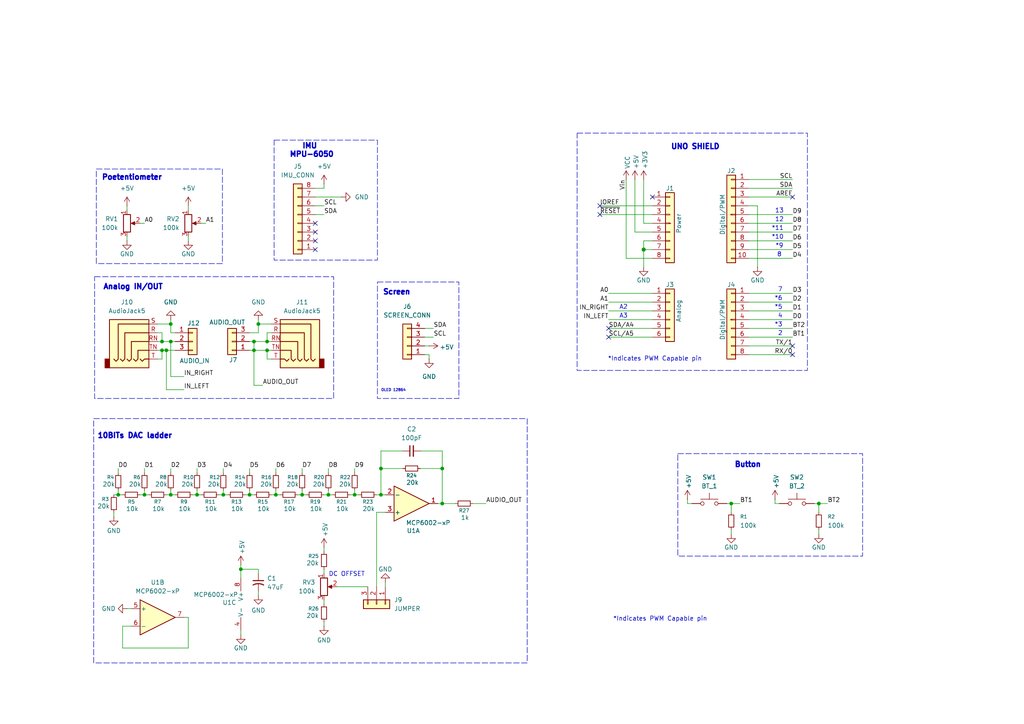
<source format=kicad_sch>
(kicad_sch (version 20250114) (generator "eeschema") (generator_version "9.0")
  (paper "A4")
  (title_block (title "PCB Final Draft Avila Ponce") (date "feb 5th") (rev "5"))
  (lib_symbols
    (symbol "Amplifier_Operational:MCP6002-xP" (pin_names (offset 0.127))
      (property "Reference" "U" (at 0 5.08 0))
      (property "Value" "MCP6002-xP" (at 0 -5.08 0))
      (symbol "MCP6002-xP_1_1"
        (polyline (pts (xy -5.08 5.08) (xy 5.08 0) (xy -5.08 -5.08) (xy -5.08 5.08)) (stroke (width 0.254)) (fill (type background)))
        (pin input line (at -7.62 2.54 0) (length 2.54) (name "+") (number "3"))
        (pin input line (at -7.62 -2.54 0) (length 2.54) (name "-") (number "2"))
        (pin output line (at 7.62 0 180) (length 2.54) (name "~") (number "1"))
      )
      (symbol "MCP6002-xP_2_1"
        (polyline (pts (xy -5.08 5.08) (xy 5.08 0) (xy -5.08 -5.08) (xy -5.08 5.08)) (stroke (width 0.254)) (fill (type background)))
        (pin input line (at -7.62 2.54 0) (length 2.54) (name "+") (number "5"))
        (pin input line (at -7.62 -2.54 0) (length 2.54) (name "-") (number "6"))
        (pin output line (at 7.62 0 180) (length 2.54) (name "~") (number "7"))
      )
      (symbol "MCP6002-xP_3_1"
        (pin power_in line (at -2.54 7.62 270) (length 3.81) (name "V+") (number "8"))
        (pin power_in line (at -2.54 -7.62 90) (length 3.81) (name "V-") (number "4"))
      )
    )
    (symbol "AudioJack5_1"
      (property "Reference" "J10" (at -3.81 11.43 0))
      (property "Value" "AudioJack5" (at -3.81 8.89 0))
      (symbol "AudioJack5_1_0_1"
        (rectangle (start -8.89 -5.08) (end -10.16 -7.62) (stroke (width 0.254)) (fill (type outline)))
        (polyline (pts (xy -5.715 -5.08) (xy -5.08 -5.715) (xy -4.445 -5.08) (xy -4.445 2.54) (xy 2.54 2.54)) (stroke (width 0.254)))
        (polyline (pts (xy -1.905 -5.08) (xy -1.27 -5.715) (xy -0.635 -5.08) (xy -0.635 -2.54) (xy 2.54 -2.54)) (stroke (width 0.254)))
        (polyline (pts (xy 0 -5.08) (xy 0.635 -5.715) (xy 1.27 -5.08) (xy 2.54 -5.08)) (stroke (width 0.254)))
        (rectangle (start 2.54 6.35) (end -8.89 -7.62) (stroke (width 0.254)) (fill (type background)))
        (polyline (pts (xy 2.54 5.08) (xy -6.35 5.08) (xy -6.35 -5.08) (xy -6.985 -5.715) (xy -7.62 -5.08)) (stroke (width 0.254)))
        (polyline (pts (xy 2.54 0) (xy -2.54 0) (xy -2.54 -5.08) (xy -3.175 -5.715) (xy -3.81 -5.08)) (stroke (width 0.254)))
      )
      (symbol "AudioJack5_1_1_1"
        (pin passive line (at 5.08 5.08 180) (length 2.54) (name "~") (number "S"))
        (pin passive line (at 5.08 2.54 180) (length 2.54) (name "~") (number "R"))
        (pin passive line (at 5.08 0 180) (length 2.54) (name "~") (number "RN"))
        (pin passive line (at 5.08 -2.54 180) (length 2.54) (name "~") (number "TN"))
        (pin passive line (at 5.08 -5.08 180) (length 2.54) (name "~") (number "T"))
      )
    )
    (symbol "Connector_Generic:Conn_01x03" (pin_names (offset 1.016) (hide yes))
      (property "Reference" "J" (at 0 5.08 0))
      (property "Value" "Conn_01x03" (at 0 -5.08 0))
      (symbol "Conn_01x03_1_1"
        (rectangle (start -1.27 3.81) (end 1.27 -3.81) (stroke (width 0.254)) (fill (type background)))
        (rectangle (start -1.27 2.667) (end 0 2.413) (stroke (width 0.1524)))
        (rectangle (start -1.27 0.127) (end 0 -0.127) (stroke (width 0.1524)))
        (rectangle (start -1.27 -2.413) (end 0 -2.667) (stroke (width 0.1524)))
        (pin passive line (at -5.08 2.54 0) (length 3.81) (name "Pin_1") (number "1"))
        (pin passive line (at -5.08 0 0) (length 3.81) (name "Pin_2") (number "2"))
        (pin passive line (at -5.08 -2.54 0) (length 3.81) (name "Pin_3") (number "3"))
      )
    )
    (symbol "Connector_Generic:Conn_01x04" (pin_names (offset 1.016) (hide yes))
      (property "Reference" "J" (at 0 5.08 0))
      (property "Value" "Conn_01x04" (at 0 -7.62 0))
      (symbol "Conn_01x04_1_1"
        (rectangle (start -1.27 3.81) (end 1.27 -6.35) (stroke (width 0.254)) (fill (type background)))
        (rectangle (start -1.27 2.667) (end 0 2.413) (stroke (width 0.1524)))
        (rectangle (start -1.27 0.127) (end 0 -0.127) (stroke (width 0.1524)))
        (rectangle (start -1.27 -2.413) (end 0 -2.667) (stroke (width 0.1524)))
        (rectangle (start -1.27 -4.953) (end 0 -5.207) (stroke (width 0.1524)))
        (pin passive line (at -5.08 2.54 0) (length 3.81) (name "Pin_1") (number "1"))
        (pin passive line (at -5.08 0 0) (length 3.81) (name "Pin_2") (number "2"))
        (pin passive line (at -5.08 -2.54 0) (length 3.81) (name "Pin_3") (number "3"))
        (pin passive line (at -5.08 -5.08 0) (length 3.81) (name "Pin_4") (number "4"))
      )
    )
    (symbol "Connector_Generic:Conn_01x06" (pin_names (offset 1.016) (hide yes))
      (property "Reference" "J" (at 0 7.62 0))
      (property "Value" "Conn_01x06" (at 0 -10.16 0))
      (symbol "Conn_01x06_1_1"
        (rectangle (start -1.27 6.35) (end 1.27 -8.89) (stroke (width 0.254)) (fill (type background)))
        (rectangle (start -1.27 5.207) (end 0 4.953) (stroke (width 0.1524)))
        (rectangle (start -1.27 2.667) (end 0 2.413) (stroke (width 0.1524)))
        (rectangle (start -1.27 0.127) (end 0 -0.127) (stroke (width 0.1524)))
        (rectangle (start -1.27 -2.413) (end 0 -2.667) (stroke (width 0.1524)))
        (rectangle (start -1.27 -4.953) (end 0 -5.207) (stroke (width 0.1524)))
        (rectangle (start -1.27 -7.493) (end 0 -7.747) (stroke (width 0.1524)))
        (pin passive line (at -5.08 5.08 0) (length 3.81) (name "Pin_1") (number "1"))
        (pin passive line (at -5.08 2.54 0) (length 3.81) (name "Pin_2") (number "2"))
        (pin passive line (at -5.08 0 0) (length 3.81) (name "Pin_3") (number "3"))
        (pin passive line (at -5.08 -2.54 0) (length 3.81) (name "Pin_4") (number "4"))
        (pin passive line (at -5.08 -5.08 0) (length 3.81) (name "Pin_5") (number "5"))
        (pin passive line (at -5.08 -7.62 0) (length 3.81) (name "Pin_6") (number "6"))
      )
    )
    (symbol "Connector_Generic:Conn_01x08" (pin_names (offset 1.016) (hide yes))
      (property "Reference" "J" (at 0 10.16 0))
      (property "Value" "Conn_01x08" (at 0 -12.7 0))
      (symbol "Conn_01x08_1_1"
        (rectangle (start -1.27 8.89) (end 1.27 -11.43) (stroke (width 0.254)) (fill (type background)))
        (rectangle (start -1.27 7.747) (end 0 7.493) (stroke (width 0.1524)))
        (rectangle (start -1.27 5.207) (end 0 4.953) (stroke (width 0.1524)))
        (rectangle (start -1.27 2.667) (end 0 2.413) (stroke (width 0.1524)))
        (rectangle (start -1.27 0.127) (end 0 -0.127) (stroke (width 0.1524)))
        (rectangle (start -1.27 -2.413) (end 0 -2.667) (stroke (width 0.1524)))
        (rectangle (start -1.27 -4.953) (end 0 -5.207) (stroke (width 0.1524)))
        (rectangle (start -1.27 -7.493) (end 0 -7.747) (stroke (width 0.1524)))
        (rectangle (start -1.27 -10.033) (end 0 -10.287) (stroke (width 0.1524)))
        (pin passive line (at -5.08 7.62 0) (length 3.81) (name "Pin_1") (number "1"))
        (pin passive line (at -5.08 5.08 0) (length 3.81) (name "Pin_2") (number "2"))
        (pin passive line (at -5.08 2.54 0) (length 3.81) (name "Pin_3") (number "3"))
        (pin passive line (at -5.08 0 0) (length 3.81) (name "Pin_4") (number "4"))
        (pin passive line (at -5.08 -2.54 0) (length 3.81) (name "Pin_5") (number "5"))
        (pin passive line (at -5.08 -5.08 0) (length 3.81) (name "Pin_6") (number "6"))
        (pin passive line (at -5.08 -7.62 0) (length 3.81) (name "Pin_7") (number "7"))
        (pin passive line (at -5.08 -10.16 0) (length 3.81) (name "Pin_8") (number "8"))
      )
    )
    (symbol "Connector_Generic:Conn_01x10" (pin_names (offset 1.016) (hide yes))
      (property "Reference" "J" (at 0 12.7 0))
      (property "Value" "Conn_01x10" (at 0 -15.24 0))
      (symbol "Conn_01x10_1_1"
        (rectangle (start -1.27 11.43) (end 1.27 -13.97) (stroke (width 0.254)) (fill (type background)))
        (rectangle (start -1.27 10.287) (end 0 10.033) (stroke (width 0.1524)))
        (rectangle (start -1.27 7.747) (end 0 7.493) (stroke (width 0.1524)))
        (rectangle (start -1.27 5.207) (end 0 4.953) (stroke (width 0.1524)))
        (rectangle (start -1.27 2.667) (end 0 2.413) (stroke (width 0.1524)))
        (rectangle (start -1.27 0.127) (end 0 -0.127) (stroke (width 0.1524)))
        (rectangle (start -1.27 -2.413) (end 0 -2.667) (stroke (width 0.1524)))
        (rectangle (start -1.27 -4.953) (end 0 -5.207) (stroke (width 0.1524)))
        (rectangle (start -1.27 -7.493) (end 0 -7.747) (stroke (width 0.1524)))
        (rectangle (start -1.27 -10.033) (end 0 -10.287) (stroke (width 0.1524)))
        (rectangle (start -1.27 -12.573) (end 0 -12.827) (stroke (width 0.1524)))
        (pin passive line (at -5.08 10.16 0) (length 3.81) (name "Pin_1") (number "1"))
        (pin passive line (at -5.08 7.62 0) (length 3.81) (name "Pin_2") (number "2"))
        (pin passive line (at -5.08 5.08 0) (length 3.81) (name "Pin_3") (number "3"))
        (pin passive line (at -5.08 2.54 0) (length 3.81) (name "Pin_4") (number "4"))
        (pin passive line (at -5.08 0 0) (length 3.81) (name "Pin_5") (number "5"))
        (pin passive line (at -5.08 -2.54 0) (length 3.81) (name "Pin_6") (number "6"))
        (pin passive line (at -5.08 -5.08 0) (length 3.81) (name "Pin_7") (number "7"))
        (pin passive line (at -5.08 -7.62 0) (length 3.81) (name "Pin_8") (number "8"))
        (pin passive line (at -5.08 -10.16 0) (length 3.81) (name "Pin_9") (number "9"))
        (pin passive line (at -5.08 -12.7 0) (length 3.81) (name "Pin_10") (number "10"))
      )
    )
    (symbol "Device:C_Small" (pin_numbers (hide yes)) (pin_names (offset 0.254) (hide yes))
      (property "Reference" "C" (at 0.254 1.778 0))
      (property "Value" "C_Small" (at 0.254 -2.032 0))
      (symbol "C_Small_0_1"
        (polyline (pts (xy -1.524 0.508) (xy 1.524 0.508)) (stroke (width 0.3048)))
        (polyline (pts (xy -1.524 -0.508) (xy 1.524 -0.508)) (stroke (width 0.3302)))
      )
      (symbol "C_Small_1_1"
        (pin passive line (at 0 2.54 270) (length 2.032) (name "~") (number "1"))
        (pin passive line (at 0 -2.54 90) (length 2.032) (name "~") (number "2"))
      )
    )
    (symbol "Device:C_Small_US" (pin_numbers (hide yes)) (pin_names (offset 0.254) (hide yes))
      (property "Reference" "C" (at 0.254 1.778 0))
      (property "Value" "C_Small_US" (at 0.254 -2.032 0))
      (symbol "C_Small_US_0_1"
        (polyline (pts (xy -1.524 0.508) (xy 1.524 0.508)) (stroke (width 0.3048)))
        (arc (start -1.524 -0.762) (mid 0 -0.3734) (end 1.524 -0.762) (stroke (width 0.3048)))
      )
      (symbol "C_Small_US_1_1"
        (pin passive line (at 0 2.54 270) (length 2.032) (name "~") (number "1"))
        (pin passive line (at 0 -2.54 90) (length 2.032) (name "~") (number "2"))
      )
    )
    (symbol "Device:R_Potentiometer" (pin_names (offset 1.016) (hide yes))
      (property "Reference" "RV" (at -4.445 0 90))
      (property "Value" "R_Potentiometer" (at -2.54 0 90))
      (symbol "R_Potentiometer_0_1"
        (rectangle (start 1.016 2.54) (end -1.016 -2.54) (stroke (width 0.254)))
        (polyline (pts (xy 1.143 0) (xy 2.286 0.508) (xy 2.286 -0.508) (xy 1.143 0)) (fill (type outline)))
        (polyline (pts (xy 2.54 0) (xy 1.524 0)))
      )
      (symbol "R_Potentiometer_1_1"
        (pin passive line (at 0 3.81 270) (length 1.27) (name "1") (number "1"))
        (pin passive line (at 0 -3.81 90) (length 1.27) (name "3") (number "3"))
        (pin passive line (at 3.81 0 180) (length 1.27) (name "2") (number "2"))
      )
    )
    (symbol "Device:R_Small" (pin_numbers (hide yes)) (pin_names (offset 0.254) (hide yes))
      (property "Reference" "R" (at 0 0 90))
      (property "Value" "R_Small" (at 1.778 0 90))
      (symbol "R_Small_0_1"
        (rectangle (start -0.762 1.778) (end 0.762 -1.778) (stroke (width 0.2032)))
      )
      (symbol "R_Small_1_1"
        (pin passive line (at 0 2.54 270) (length 0.762) (name "~") (number "1"))
        (pin passive line (at 0 -2.54 90) (length 0.762) (name "~") (number "2"))
      )
    )
    (symbol "Switch:SW_Push" (pin_numbers (hide yes)) (pin_names (offset 1.016) (hide yes))
      (property "Reference" "SW" (at 1.27 2.54 0))
      (property "Value" "SW_Push" (at 0 -1.524 0))
      (symbol "SW_Push_0_1"
        (circle (center -2.032 0) (radius 0.508))
        (polyline (pts (xy 0 1.27) (xy 0 3.048)))
        (circle (center 2.032 0) (radius 0.508))
        (polyline (pts (xy 2.54 1.27) (xy -2.54 1.27)))
        (pin passive line (at -5.08 0 0) (length 2.54) (name "1") (number "1"))
        (pin passive line (at 5.08 0 180) (length 2.54) (name "2") (number "2"))
      )
    )
    (symbol "power:+3V3" (power) (pin_numbers (hide yes)) (pin_names (offset 0) (hide yes))
      (property "Value" "+3V3" (at 0 3.556 0))
      (symbol "+3V3_0_1"
        (polyline (pts (xy -0.762 1.27) (xy 0 2.54)))
        (polyline (pts (xy 0 2.54) (xy 0.762 1.27)))
        (polyline (pts (xy 0 0) (xy 0 2.54)))
      )
      (symbol "+3V3_1_1"
        (pin power_in line (at 0 0 90) (length 0) (name "~") (number "1"))
      )
    )
    (symbol "power:+5V" (power) (pin_numbers (hide yes)) (pin_names (offset 0) (hide yes))
      (property "Value" "+5V" (at 0 3.556 0))
      (symbol "+5V_0_1"
        (polyline (pts (xy -0.762 1.27) (xy 0 2.54)))
        (polyline (pts (xy 0 2.54) (xy 0.762 1.27)))
        (polyline (pts (xy 0 0) (xy 0 2.54)))
      )
      (symbol "+5V_1_1"
        (pin power_in line (at 0 0 90) (length 0) (name "~") (number "1"))
      )
    )
    (symbol "power:GND" (power) (pin_numbers (hide yes)) (pin_names (offset 0) (hide yes))
      (property "Value" "GND" (at 0 -3.81 0))
      (symbol "GND_0_1"
        (polyline (pts (xy 0 0) (xy 0 -1.27) (xy 1.27 -1.27) (xy 0 -2.54) (xy -1.27 -1.27) (xy 0 -1.27)))
      )
      (symbol "GND_1_1"
        (pin power_in line (at 0 0 270) (length 0) (name "~") (number "1"))
      )
    )
    (symbol "power:VCC" (power) (pin_numbers (hide yes)) (pin_names (offset 0) (hide yes))
      (property "Value" "VCC" (at 0 3.556 0))
      (symbol "VCC_0_1"
        (polyline (pts (xy -0.762 1.27) (xy 0 2.54)))
        (polyline (pts (xy 0 2.54) (xy 0.762 1.27)))
        (polyline (pts (xy 0 0) (xy 0 2.54)))
      )
      (symbol "VCC_1_1"
        (pin power_in line (at 0 0 90) (length 0) (name "~") (number "1"))
      )
    )
  )
  (rectangle (start 109.474 81.788) (end 133.096 115.57) (stroke (width 0) (type dash)))
  (rectangle (start 27.94 49.022) (end 64.516 76.454) (stroke (width 0) (type dash)))
  (rectangle (start 27.432 80.264) (end 96.774 115.57) (stroke (width 0) (type dash)))
  (rectangle (start 196.596 131.572) (end 250.19 161.29) (stroke (width 0) (type dash)))
  (rectangle (start 167.386 38.608) (end 234.188 107.442) (stroke (width 0) (type dash)))
  (rectangle (start 79.502 40.64) (end 109.474 75.438) (stroke (width 0) (type dash)))
  (rectangle (start 27.178 121.412) (end 152.908 192.278) (stroke (width 0) (type dash)))
  (text "*6\n" (at 225.806 86.614 0) (effects (font (size 1.27 1.27))))
  (text "A3" (at 180.848 91.694 0) (effects (font (size 1.27 1.27))))
  (text "Button" (at 216.916 134.874 0) (effects (font (size 1.524 1.524) (thickness 0.4064) (bold yes))))
  (text "2" (at 226.314 96.774 0) (effects (font (size 1.27 1.27))))
  (text "4" (at 226.314 91.694 0) (effects (font (size 1.27 1.27))))
  (text "10BITs DAC ladder\n" (at 39.116 126.492 0) (effects (font (size 1.524 1.524) (thickness 0.4064) (bold yes))))
  (text "IMU \nMPU-6050" (at 90.424 43.688 0) (effects (font (size 1.524 1.524) (thickness 0.4064) (bold yes))))
  (text "A2\n" (at 180.848 89.154 0) (effects (font (size 1.27 1.27))))
  (text "8" (at 226.06 73.914 0) (effects (font (size 1.27 1.27))))
  (text "*9" (at 226.06 71.374 0) (effects (font (size 1.27 1.27))))
  (text "OLED 12864 " (at 110.49 113.284 0) (effects (font (size 0.762 0.762)) (justify left)))
  (text "UNO SHIELD" (at 201.676 42.672 0) (effects (font (size 1.524 1.524) (thickness 0.4064) (bold yes))))
  (text "*Indicates PWM Capable pin" (at 176.276 104.902 0) (effects (font (size 1.27 1.27)) (justify left bottom)))
  (text "*10\n" (at 225.552 68.834 0) (effects (font (size 1.27 1.27))))
  (text "DC OFFSET" (at 100.584 166.624 0) (effects (font (size 1.27 1.27))))
  (text "Screen\n" (at 115.062 84.836 0) (effects (font (size 1.524 1.524) (thickness 0.4064) (bold yes))))
  (text "7" (at 226.314 84.074 0) (effects (font (size 1.27 1.27))))
  (text "12" (at 226.06 63.754 0) (effects (font (size 1.27 1.27))))
  (text "Poetentiometer " (at 38.862 51.562 0) (effects (font (size 1.524 1.524) (thickness 0.4064) (bold yes))))
  (text "*11" (at 225.552 66.294 0) (effects (font (size 1.27 1.27))))
  (text "*Indicates PWM Capable pin" (at 177.8 180.34 0) (effects (font (size 1.27 1.27)) (justify left bottom)))
  (text "*3" (at 225.806 94.234 0) (effects (font (size 1.27 1.27))))
  (text "Analog IN/OUT" (at 38.608 83.312 0) (effects (font (size 1.524 1.524) (thickness 0.4064) (bold yes))))
  (text "*5" (at 225.806 89.154 0) (effects (font (size 1.27 1.27))))
  (text "13" (at 226.06 61.214 0) (effects (font (size 1.27 1.27))))
  (junction (at 64.77 143.51))
  (junction (at 73.66 99.06))
  (junction (at 110.49 143.51))
  (junction (at 237.49 146.05))
  (junction (at 102.87 143.51))
  (junction (at 110.49 135.89))
  (junction (at 212.09 146.05))
  (junction (at 49.53 143.51))
  (junction (at 46.99 101.6))
  (junction (at 80.01 143.51))
  (junction (at 77.47 99.06))
  (junction (at 77.47 101.6))
  (junction (at 46.99 99.06))
  (junction (at 186.69 72.39) (diameter 1.016))
  (junction (at 73.66 101.6))
  (junction (at 72.39 143.51))
  (junction (at 57.15 143.51))
  (junction (at 34.29 143.51))
  (junction (at 48.26 101.6))
  (junction (at 87.63 143.51))
  (junction (at 128.27 135.89))
  (junction (at 41.91 143.51))
  (junction (at 95.25 143.51))
  (junction (at 49.53 99.06))
  (junction (at 69.85 165.1))
  (junction (at 49.53 93.98))
  (junction (at 74.93 93.98))
  (junction (at 128.27 146.05))
  (no_connect (at 91.44 67.31))
  (no_connect (at 173.99 62.23))
  (no_connect (at 229.87 102.87))
  (no_connect (at 176.53 95.25))
  (no_connect (at 176.53 97.79))
  (no_connect (at 91.44 72.39))
  (no_connect (at 91.44 69.85))
  (no_connect (at 229.87 57.15))
  (no_connect (at 173.99 59.69))
  (no_connect (at 91.44 64.77))
  (no_connect (at 189.23 57.15))
  (no_connect (at 229.87 100.33))
  (wire (pts (xy 101.6 143.51) (xy 102.87 143.51)))
  (wire (pts (xy 74.93 93.98) (xy 74.93 96.52)))
  (wire (pts (xy 212.09 146.05) (xy 214.63 146.05)))
  (wire (pts (xy 64.77 135.89) (xy 64.77 137.16)))
  (wire (pts (xy 124.46 102.87) (xy 123.19 102.87)))
  (wire (pts (xy 49.53 92.71) (xy 49.53 93.98)))
  (wire (pts (xy 46.99 104.14) (xy 46.99 101.6)))
  (wire (pts (xy 73.66 111.76) (xy 73.66 101.6)))
  (wire (pts (xy 74.93 165.1) (xy 69.85 165.1)))
  (wire (pts (xy 93.98 173.99) (xy 93.98 175.26)))
  (wire (pts (xy 217.17 90.17) (xy 229.87 90.17)))
  (wire (pts (xy 217.17 92.71) (xy 229.87 92.71)))
  (wire (pts (xy 46.99 99.06) (xy 46.99 96.52)))
  (wire (pts (xy 181.61 74.93) (xy 181.61 52.07)))
  (wire (pts (xy 189.23 69.85) (xy 186.69 69.85)))
  (wire (pts (xy 48.26 143.51) (xy 49.53 143.51)))
  (wire (pts (xy 57.15 143.51) (xy 58.42 143.51)))
  (wire (pts (xy 77.47 99.06) (xy 77.47 96.52)))
  (wire (pts (xy 72.39 101.6) (xy 73.66 101.6)))
  (wire (pts (xy 34.29 142.24) (xy 34.29 143.51)))
  (wire (pts (xy 91.44 62.23) (xy 93.98 62.23)))
  (wire (pts (xy 73.66 99.06) (xy 73.66 101.6)))
  (wire (pts (xy 186.69 69.85) (xy 186.69 72.39)))
  (wire (pts (xy 189.23 90.17) (xy 176.53 90.17)))
  (wire (pts (xy 45.72 104.14) (xy 46.99 104.14)))
  (wire (pts (xy 210.82 146.05) (xy 212.09 146.05)))
  (wire (pts (xy 78.74 104.14) (xy 77.47 104.14)))
  (wire (pts (xy 110.49 143.51) (xy 111.76 143.51)))
  (wire (pts (xy 48.26 113.03) (xy 48.26 101.6)))
  (wire (pts (xy 93.98 54.61) (xy 91.44 54.61)))
  (wire (pts (xy 54.61 179.07) (xy 53.34 179.07)))
  (wire (pts (xy 102.87 143.51) (xy 104.14 143.51)))
  (wire (pts (xy 212.09 146.05) (xy 212.09 148.59)))
  (wire (pts (xy 49.53 142.24) (xy 49.53 143.51)))
  (wire (pts (xy 176.53 85.09) (xy 189.23 85.09)))
  (wire (pts (xy 128.27 135.89) (xy 121.92 135.89)))
  (wire (pts (xy 93.98 143.51) (xy 95.25 143.51)))
  (wire (pts (xy 53.34 113.03) (xy 48.26 113.03)))
  (wire (pts (xy 189.23 74.93) (xy 181.61 74.93)))
  (wire (pts (xy 87.63 135.89) (xy 87.63 137.16)))
  (wire (pts (xy 116.84 135.89) (xy 110.49 135.89)))
  (wire (pts (xy 97.79 170.18) (xy 106.68 170.18)))
  (wire (pts (xy 93.98 53.34) (xy 93.98 54.61)))
  (wire (pts (xy 36.83 68.58) (xy 36.83 69.85)))
  (wire (pts (xy 217.17 69.85) (xy 229.87 69.85)))
  (wire (pts (xy 217.17 57.15) (xy 229.87 57.15)))
  (wire (pts (xy 74.93 96.52) (xy 72.39 96.52)))
  (wire (pts (xy 45.72 93.98) (xy 49.53 93.98)))
  (wire (pts (xy 49.53 135.89) (xy 49.53 137.16)))
  (wire (pts (xy 40.64 143.51) (xy 41.91 143.51)))
  (wire (pts (xy 35.56 187.96) (xy 54.61 187.96)))
  (wire (pts (xy 54.61 59.69) (xy 54.61 60.96)))
  (wire (pts (xy 64.77 143.51) (xy 66.04 143.51)))
  (wire (pts (xy 217.17 85.09) (xy 229.87 85.09)))
  (wire (pts (xy 46.99 99.06) (xy 49.53 99.06)))
  (wire (pts (xy 36.83 59.69) (xy 36.83 60.96)))
  (wire (pts (xy 49.53 109.22) (xy 49.53 99.06)))
  (wire (pts (xy 137.16 146.05) (xy 140.97 146.05)))
  (wire (pts (xy 217.17 62.23) (xy 229.87 62.23)))
  (wire (pts (xy 46.99 101.6) (xy 48.26 101.6)))
  (wire (pts (xy 78.74 143.51) (xy 80.01 143.51)))
  (wire (pts (xy 176.53 97.79) (xy 189.23 97.79)))
  (wire (pts (xy 54.61 187.96) (xy 54.61 179.07)))
  (wire (pts (xy 217.17 72.39) (xy 229.87 72.39)))
  (wire (pts (xy 121.92 130.81) (xy 128.27 130.81)))
  (wire (pts (xy 173.99 59.69) (xy 189.23 59.69)))
  (wire (pts (xy 72.39 135.89) (xy 72.39 137.16)))
  (wire (pts (xy 76.2 111.76) (xy 73.66 111.76)))
  (wire (pts (xy 49.53 93.98) (xy 49.53 96.52)))
  (wire (pts (xy 224.79 146.05) (xy 224.79 144.78)))
  (wire (pts (xy 95.25 135.89) (xy 95.25 137.16)))
  (wire (pts (xy 95.25 143.51) (xy 96.52 143.51)))
  (wire (pts (xy 77.47 96.52) (xy 78.74 96.52)))
  (wire (pts (xy 128.27 146.05) (xy 132.08 146.05)))
  (wire (pts (xy 176.53 92.71) (xy 189.23 92.71)))
  (wire (pts (xy 93.98 165.1) (xy 93.98 166.37)))
  (wire (pts (xy 54.61 68.58) (xy 54.61 69.85)))
  (wire (pts (xy 77.47 104.14) (xy 77.47 101.6)))
  (wire (pts (xy 189.23 72.39) (xy 186.69 72.39)))
  (wire (pts (xy 41.91 142.24) (xy 41.91 143.51)))
  (wire (pts (xy 45.72 96.52) (xy 46.99 96.52)))
  (wire (pts (xy 69.85 165.1) (xy 69.85 167.64)))
  (wire (pts (xy 184.15 52.07) (xy 184.15 67.31)))
  (wire (pts (xy 74.93 171.45) (xy 74.93 172.72)))
  (wire (pts (xy 212.09 153.67) (xy 212.09 154.94)))
  (wire (pts (xy 80.01 143.51) (xy 81.28 143.51)))
  (wire (pts (xy 109.22 148.59) (xy 111.76 148.59)))
  (wire (pts (xy 35.56 181.61) (xy 35.56 187.96)))
  (wire (pts (xy 217.17 67.31) (xy 229.87 67.31)))
  (wire (pts (xy 217.17 87.63) (xy 229.87 87.63)))
  (wire (pts (xy 200.66 146.05) (xy 199.39 146.05)))
  (wire (pts (xy 128.27 146.05) (xy 128.27 135.89)))
  (wire (pts (xy 116.84 130.81) (xy 110.49 130.81)))
  (wire (pts (xy 173.99 62.23) (xy 189.23 62.23)))
  (wire (pts (xy 57.15 135.89) (xy 57.15 137.16)))
  (wire (pts (xy 184.15 67.31) (xy 189.23 67.31)))
  (wire (pts (xy 217.17 52.07) (xy 229.87 52.07)))
  (wire (pts (xy 189.23 95.25) (xy 176.53 95.25)))
  (wire (pts (xy 69.85 182.88) (xy 69.85 184.15)))
  (wire (pts (xy 78.74 99.06) (xy 77.47 99.06)))
  (wire (pts (xy 111.76 168.91) (xy 111.76 170.18)))
  (wire (pts (xy 217.17 64.77) (xy 229.87 64.77)))
  (wire (pts (xy 80.01 142.24) (xy 80.01 143.51)))
  (wire (pts (xy 124.46 104.14) (xy 124.46 102.87)))
  (wire (pts (xy 110.49 135.89) (xy 110.49 143.51)))
  (wire (pts (xy 86.36 143.51) (xy 87.63 143.51)))
  (wire (pts (xy 217.17 95.25) (xy 229.87 95.25)))
  (wire (pts (xy 49.53 143.51) (xy 50.8 143.51)))
  (wire (pts (xy 63.5 143.51) (xy 64.77 143.51)))
  (wire (pts (xy 91.44 59.69) (xy 93.98 59.69)))
  (wire (pts (xy 72.39 99.06) (xy 73.66 99.06)))
  (wire (pts (xy 41.91 135.89) (xy 41.91 137.16)))
  (wire (pts (xy 73.66 99.06) (xy 77.47 99.06)))
  (wire (pts (xy 45.72 99.06) (xy 46.99 99.06)))
  (wire (pts (xy 74.93 166.37) (xy 74.93 165.1)))
  (wire (pts (xy 109.22 143.51) (xy 110.49 143.51)))
  (wire (pts (xy 217.17 100.33) (xy 229.87 100.33)))
  (wire (pts (xy 55.88 143.51) (xy 57.15 143.51)))
  (wire (pts (xy 219.71 59.69) (xy 219.71 77.47)))
  (wire (pts (xy 72.39 143.51) (xy 73.66 143.51)))
  (wire (pts (xy 34.29 135.89) (xy 34.29 137.16)))
  (wire (pts (xy 217.17 54.61) (xy 229.87 54.61)))
  (wire (pts (xy 176.53 87.63) (xy 189.23 87.63)))
  (wire (pts (xy 226.06 146.05) (xy 224.79 146.05)))
  (wire (pts (xy 217.17 102.87) (xy 229.87 102.87)))
  (wire (pts (xy 128.27 130.81) (xy 128.27 135.89)))
  (wire (pts (xy 74.93 92.71) (xy 74.93 93.98)))
  (wire (pts (xy 93.98 180.34) (xy 93.98 181.61)))
  (wire (pts (xy 217.17 74.93) (xy 229.87 74.93)))
  (wire (pts (xy 48.26 101.6) (xy 50.8 101.6)))
  (wire (pts (xy 102.87 142.24) (xy 102.87 143.51)))
  (wire (pts (xy 123.19 97.79) (xy 125.73 97.79)))
  (wire (pts (xy 237.49 146.05) (xy 237.49 148.59)))
  (wire (pts (xy 109.22 170.18) (xy 109.22 148.59)))
  (wire (pts (xy 237.49 146.05) (xy 240.03 146.05)))
  (wire (pts (xy 237.49 153.67) (xy 237.49 154.94)))
  (wire (pts (xy 123.19 100.33) (xy 124.46 100.33)))
  (wire (pts (xy 49.53 96.52) (xy 50.8 96.52)))
  (wire (pts (xy 33.02 148.59) (xy 33.02 149.86)))
  (wire (pts (xy 57.15 142.24) (xy 57.15 143.51)))
  (wire (pts (xy 127 146.05) (xy 128.27 146.05)))
  (wire (pts (xy 186.69 64.77) (xy 189.23 64.77)))
  (wire (pts (xy 38.1 181.61) (xy 35.56 181.61)))
  (wire (pts (xy 69.85 163.83) (xy 69.85 165.1)))
  (wire (pts (xy 77.47 101.6) (xy 78.74 101.6)))
  (wire (pts (xy 58.42 64.77) (xy 59.69 64.77)))
  (wire (pts (xy 73.66 101.6) (xy 77.47 101.6)))
  (wire (pts (xy 87.63 142.24) (xy 87.63 143.51)))
  (wire (pts (xy 72.39 142.24) (xy 72.39 143.51)))
  (wire (pts (xy 236.22 146.05) (xy 237.49 146.05)))
  (wire (pts (xy 80.01 135.89) (xy 80.01 137.16)))
  (wire (pts (xy 45.72 101.6) (xy 46.99 101.6)))
  (wire (pts (xy 93.98 158.75) (xy 93.98 160.02)))
  (wire (pts (xy 95.25 142.24) (xy 95.25 143.51)))
  (wire (pts (xy 217.17 97.79) (xy 229.87 97.79)))
  (wire (pts (xy 40.64 64.77) (xy 41.91 64.77)))
  (wire (pts (xy 186.69 52.07) (xy 186.69 64.77)))
  (wire (pts (xy 71.12 143.51) (xy 72.39 143.51)))
  (wire (pts (xy 217.17 59.69) (xy 219.71 59.69)))
  (wire (pts (xy 49.53 99.06) (xy 50.8 99.06)))
  (wire (pts (xy 53.34 109.22) (xy 49.53 109.22)))
  (wire (pts (xy 199.39 146.05) (xy 199.39 144.78)))
  (wire (pts (xy 33.02 143.51) (xy 34.29 143.51)))
  (wire (pts (xy 102.87 135.89) (xy 102.87 137.16)))
  (wire (pts (xy 36.83 176.53) (xy 38.1 176.53)))
  (wire (pts (xy 34.29 143.51) (xy 35.56 143.51)))
  (wire (pts (xy 41.91 143.51) (xy 43.18 143.51)))
  (wire (pts (xy 64.77 142.24) (xy 64.77 143.51)))
  (wire (pts (xy 78.74 93.98) (xy 74.93 93.98)))
  (wire (pts (xy 186.69 72.39) (xy 186.69 77.47)))
  (wire (pts (xy 123.19 95.25) (xy 125.73 95.25)))
  (wire (pts (xy 87.63 143.51) (xy 88.9 143.51)))
  (wire (pts (xy 91.44 57.15) (xy 99.06 57.15)))
  (wire (pts (xy 110.49 130.81) (xy 110.49 135.89)))
  (label "TX{slash}1" (at 229.87 100.33 180))
  (label "D5" (at 229.87 72.39 0))
  (label "D9" (at 229.87 62.23 0))
  (label "IN_LEFT" (at 176.53 92.71 180))
  (label "D2" (at 49.53 135.89 0))
  (label "SDA" (at 125.73 95.25 0))
  (label "D2" (at 229.87 87.63 0))
  (label "SCL" (at 125.73 97.79 0))
  (label "D6" (at 229.87 69.85 0))
  (label "D7" (at 87.63 135.89 0))
  (label "SCL" (at 229.87 52.07 180))
  (label "SCL{slash}A5" (at 176.53 97.79 0))
  (label "SDA" (at 93.98 62.23 0))
  (label "Vin" (at 181.61 52.07 270))
  (label "AUDIO_OUT" (at 140.97 146.05 0))
  (label "D4" (at 229.87 74.93 0))
  (label "RX{slash}0" (at 229.87 102.87 180))
  (label "SDA{slash}A4" (at 176.53 95.25 0))
  (label "D0" (at 34.29 135.89 0))
  (label "SCL" (at 93.98 59.69 0))
  (label "IOREF" (at 173.99 59.69 0))
  (label "D5" (at 72.39 135.89 0))
  (label "SDA" (at 229.87 54.61 180))
  (label "IN_RIGHT" (at 53.34 109.22 0))
  (label "A1" (at 176.53 87.63 180))
  (label "D6" (at 80.01 135.89 0))
  (label "BT2" (at 229.87 95.25 0))
  (label "BT2" (at 240.03 146.05 0))
  (label "D7" (at 229.87 67.31 0))
  (label "AUDIO_OUT" (at 76.2 111.76 0))
  (label "D3" (at 57.15 135.89 0))
  (label "BT1" (at 229.87 97.79 0))
  (label "D1" (at 229.87 90.17 0))
  (label "A0" (at 176.53 85.09 180))
  (label "D4" (at 64.77 135.89 0))
  (label "D3" (at 229.87 85.09 0))
  (label "D1" (at 41.91 135.89 0))
  (label "IN_RIGHT" (at 176.53 90.17 180))
  (label "D8" (at 95.25 135.89 0))
  (label "D0" (at 229.87 92.71 0))
  (label "A0" (at 41.91 64.77 0))
  (label "BT1" (at 214.63 146.05 0))
  (label "IN_LEFT" (at 53.34 113.03 0))
  (label "D8" (at 229.87 64.77 0))
  (label "D9" (at 102.87 135.89 0))
  (label "A1" (at 59.69 64.77 0))
  (label "AREF" (at 229.87 57.15 180))
  (label "~{RESET}" (at 173.99 62.23 0))
  (symbol (lib_id "Connector_Generic:Conn_01x08") (at 194.31 64.77 0) (unit 1)
    (property "Reference" "J1" (at 194.31 54.61 0))
    (property "Value" "Power" (at 196.85 64.77 90))
    (property "Footprint" "Connector_PinSocket_2.54mm:PinSocket_1x08_P2.54mm_Vertical" (effects (hide yes)))
    (property "Datasheet" "~" (at 194.31 64.77 0))
    (property "Description" "Generic connector, single row, 01x08, script generated (kicad-library-utils/schlib/autogen/connector/)" (effects (hide yes)))
  )
  (symbol (lib_id "power:+3V3") (at 186.69 52.07 0) (unit 1)
    (property "Reference" "#PWR03" (effects (hide yes)))
    (property "Value" "+3V3" (at 187.071 49.022 90) (effects (justify left)))
    (property "Description" "Power symbol creates a global label with name \"+3V3\"" (effects (hide yes)))
  )
  (symbol (lib_id "power:+5V") (at 184.15 52.07 0) (unit 1)
    (property "Reference" "#PWR02" (effects (hide yes)))
    (property "Value" "+5V" (at 184.5056 49.022 90) (effects (justify left)))
    (property "Description" "Power symbol creates a global label with name \"+5V\"" (effects (hide yes)))
  )
  (symbol (lib_id "power:GND") (at 186.69 77.47 0) (unit 1)
    (property "Reference" "#PWR04" (effects (hide yes)))
    (property "Value" "GND" (at 186.69 81.28 0))
    (property "Description" "Power symbol creates a global label with name \"GND\" , ground" (effects (hide yes)))
  )
  (symbol (lib_id "Connector_Generic:Conn_01x10") (at 212.09 62.23 0) (mirror y) (unit 1)
    (property "Reference" "J2" (at 212.09 49.53 0))
    (property "Value" "Digital/PWM" (at 209.55 62.23 90))
    (property "Footprint" "Connector_PinSocket_2.54mm:PinSocket_1x10_P2.54mm_Vertical" (effects (hide yes)))
    (property "Datasheet" "~" (at 212.09 62.23 0))
    (property "Description" "Generic connector, single row, 01x10, script generated (kicad-library-utils/schlib/autogen/connector/)" (effects (hide yes)))
  )
  (symbol (lib_id "power:GND") (at 219.71 77.47 0) (unit 1)
    (property "Reference" "#PWR05" (effects (hide yes)))
    (property "Value" "GND" (at 219.71 81.28 0))
    (property "Description" "Power symbol creates a global label with name \"GND\" , ground" (effects (hide yes)))
  )
  (symbol (lib_id "Connector_Generic:Conn_01x06") (at 194.31 90.17 0) (unit 1)
    (property "Reference" "J3" (at 194.31 82.55 0))
    (property "Value" "Analog" (at 196.85 90.17 90))
    (property "Footprint" "Connector_PinSocket_2.54mm:PinSocket_1x06_P2.54mm_Vertical" (effects (hide yes)))
    (property "Description" "Generic connector, single row, 01x06, script generated (kicad-library-utils/schlib/autogen/connector/)" (effects (hide yes)))
  )
  (symbol (lib_id "Connector_Generic:Conn_01x08") (at 212.09 92.71 0) (mirror y) (unit 1)
    (property "Reference" "J4" (at 212.09 82.55 0))
    (property "Value" "Digital/PWM" (at 209.55 92.71 90))
    (property "Footprint" "Connector_PinSocket_2.54mm:PinSocket_1x08_P2.54mm_Vertical" (effects (hide yes)))
    (property "Datasheet" "~" (at 212.09 92.71 0))
    (property "Description" "Generic connector, single row, 01x08, script generated (kicad-library-utils/schlib/autogen/connector/)" (effects (hide yes)))
  )
  (symbol (lib_id "power:GND") (at 74.93 172.72 0) (unit 1)
    (property "Reference" "#PWR023" (effects (hide yes)))
    (property "Value" "GND" (at 74.93 177.038 0))
    (property "Description" "Power symbol creates a global label with name \"GND\" , ground" (effects (hide yes)))
  )
  (symbol (lib_id "power:GND") (at 36.83 69.85 0) (unit 1)
    (property "Reference" "#PWR09" (effects (hide yes)))
    (property "Value" "GND" (at 36.83 73.66 0))
    (property "Description" "Power symbol creates a global label with name \"GND\" , ground" (effects (hide yes)))
  )
  (symbol (lib_id "power:+5V") (at 93.98 53.34 0) (unit 1)
    (property "Reference" "#PWR07" (effects (hide yes)))
    (property "Value" "+5V" (at 93.98 48.26 0))
    (property "Description" "Power symbol creates a global label with name \"+5V\"" (effects (hide yes)))
  )
  (symbol (lib_id "power:GND") (at 33.02 149.86 0) (unit 1)
    (property "Reference" "#PWR024" (effects (hide yes)))
    (property "Value" "GND" (at 33.02 153.924 0))
    (property "Description" "Power symbol creates a global label with name \"GND\" , ground" (effects (hide yes)))
  )
  (symbol (lib_id "Connector_Generic:Conn_01x08") (at 86.36 64.77 180) (unit 1)
    (property "Reference" "J5" (at 86.36 48.26 0))
    (property "Value" "IMU_CONN" (at 86.36 50.8 0))
    (property "Footprint" "Connector_PinSocket_2.54mm:PinSocket_1x08_P2.54mm_Vertical" (effects (hide yes)))
    (property "Description" "Generic connector, single row, 01x08, script generated (kicad-library-utils/schlib/autogen/connector/)" (effects (hide yes)))
  )
  (symbol (lib_id "Device:R_Potentiometer") (at 93.98 170.18 0) (unit 1)
    (property "Reference" "RV3" (at 91.44 168.9099 0) (effects (justify right)))
    (property "Value" "100k" (at 91.44 171.4499 0) (effects (justify right)))
    (property "Footprint" "Potentiometer_THT:Potentiometer_Bourns_3386P_Vertical" (effects (hide yes)))
    (property "Description" "Potentiometer" (effects (hide yes)))
  )
  (symbol (lib_id "Device:R_Potentiometer") (at 36.83 64.77 0) (unit 1)
    (property "Reference" "RV1" (at 34.29 63.4999 0) (effects (justify right)))
    (property "Value" "100k" (at 34.29 66.0399 0) (effects (justify right)))
    (property "Footprint" "Potentiometer_THT:Potentiometer_Bourns_3386P_Vertical" (effects (hide yes)))
    (property "Description" "Potentiometer" (effects (hide yes)))
  )
  (symbol (lib_id "Device:R_Small") (at 134.62 146.05 270) (unit 1)
    (property "Reference" "R27" (at 134.62 148.082 90) (effects (font (size 1.016 1.016))))
    (property "Value" "1k" (at 134.874 150.114 90))
    (property "Footprint" "Resistor_THT:R_Axial_DIN0309_L9.0mm_D3.2mm_P2.54mm_Vertical" (effects (hide yes)))
    (property "Description" "Resistor, small symbol" (effects (hide yes)))
  )
  (symbol (lib_id "Device:C_Small") (at 119.38 130.81 90) (unit 1)
    (property "Reference" "C2" (at 119.3863 124.46 90))
    (property "Value" "100pF" (at 119.3863 127 90))
    (property "Footprint" "Capacitor_THT:C_Disc_D5.0mm_W2.5mm_P2.50mm" (effects (hide yes)))
    (property "Description" "Unpolarized capacitor, small symbol" (effects (hide yes)))
  )
  (symbol (lib_id "power:GND") (at 99.06 57.15 90) (unit 1)
    (property "Reference" "#PWR06" (effects (hide yes)))
    (property "Value" "GND" (at 102.87 57.1499 90) (effects (justify right)))
    (property "Description" "Power symbol creates a global label with name \"GND\" , ground" (effects (hide yes)))
  )
  (symbol (lib_id "Device:R_Small") (at 99.06 143.51 270) (unit 1)
    (property "Reference" "R21" (at 99.06 145.542 90) (effects (font (size 1.016 1.016))))
    (property "Value" "10k" (at 99.314 147.574 90))
    (property "Footprint" "Resistor_THT:R_Axial_DIN0309_L9.0mm_D3.2mm_P2.54mm_Vertical" (effects (hide yes)))
    (property "Description" "Resistor, small symbol" (effects (hide yes)))
  )
  (symbol (lib_id "power:GND") (at 124.46 104.14 0) (unit 1)
    (property "Reference" "#PWR016" (effects (hide yes)))
    (property "Value" "GND" (at 124.46 109.22 0))
    (property "Description" "Power symbol creates a global label with name \"GND\" , ground" (effects (hide yes)))
  )
  (symbol (lib_id "Device:R_Small") (at 33.02 146.05 180) (unit 1)
    (property "Reference" "R3" (at 29.464 144.78 0) (effects (font (size 1.016 1.016)) (justify right)))
    (property "Value" "20k" (at 28.194 146.812 0) (effects (justify right)))
    (property "Footprint" "Resistor_THT:R_Axial_DIN0309_L9.0mm_D3.2mm_P2.54mm_Vertical" (effects (hide yes)))
    (property "Description" "Resistor, small symbol" (effects (hide yes)))
  )
  (symbol (lib_id "Device:R_Small") (at 45.72 143.51 270) (unit 1)
    (property "Reference" "R7" (at 45.72 145.542 90) (effects (font (size 1.016 1.016))))
    (property "Value" "10k" (at 45.974 147.574 90))
    (property "Footprint" "Resistor_THT:R_Axial_DIN0309_L9.0mm_D3.2mm_P2.54mm_Vertical" (effects (hide yes)))
    (property "Description" "Resistor, small symbol" (effects (hide yes)))
  )
  (symbol (lib_id "power:+5V") (at 124.46 100.33 270) (unit 1)
    (property "Reference" "#PWR017" (effects (hide yes)))
    (property "Value" "+5V" (at 127.508 100.6856 90) (effects (justify left)))
    (property "Description" "Power symbol creates a global label with name \"+5V\"" (effects (hide yes)))
  )
  (symbol (lib_id "Connector_Generic:Conn_01x03") (at 67.31 99.06 180) (unit 1)
    (property "Reference" "J7" (at 68.834 104.394 0) (effects (justify left)))
    (property "Value" "AUDIO_OUT" (at 71.12 93.472 0) (effects (justify left)))
    (property "Footprint" "Connector_PinHeader_2.54mm:PinHeader_1x03_P2.54mm_Vertical" (effects (hide yes)))
    (property "Description" "Generic connector, single row, 01x03, script generated (kicad-library-utils/schlib/autogen/connector/)" (effects (hide yes)))
  )
  (symbol (lib_id "Device:R_Small") (at 57.15 139.7 180) (unit 1)
    (property "Reference" "R10" (at 53.086 138.43 0) (effects (font (size 1.016 1.016)) (justify right)))
    (property "Value" "20k" (at 52.578 140.462 0) (effects (justify right)))
    (property "Footprint" "Resistor_THT:R_Axial_DIN0309_L9.0mm_D3.2mm_P2.54mm_Vertical" (effects (hide yes)))
    (property "Description" "Resistor, small symbol" (effects (hide yes)))
  )
  (symbol (lib_id "Device:R_Small") (at 87.63 139.7 180) (unit 1)
    (property "Reference" "R18" (at 83.312 138.43 0) (effects (font (size 1.016 1.016)) (justify right)))
    (property "Value" "20k" (at 83.058 140.462 0) (effects (justify right)))
    (property "Footprint" "Resistor_THT:R_Axial_DIN0309_L9.0mm_D3.2mm_P2.54mm_Vertical" (effects (hide yes)))
    (property "Description" "Resistor, small symbol" (effects (hide yes)))
  )
  (symbol (lib_id "power:+5V") (at 69.85 163.83 0) (unit 1)
    (property "Reference" "#PWR022" (effects (hide yes)))
    (property "Value" "+5V" (at 70.2056 160.782 90) (effects (justify left)))
    (property "Description" "Power symbol creates a global label with name \"+5V\"" (effects (hide yes)))
  )
  (symbol (lib_id "Connector_Generic:Conn_01x03") (at 109.22 175.26 270) (unit 1)
    (property "Reference" "J9" (at 114.3 173.9899 90) (effects (justify left)))
    (property "Value" "JUMPER" (at 114.3 176.5299 90) (effects (justify left)))
    (property "Footprint" "Connector_PinHeader_2.54mm:PinHeader_1x03_P2.54mm_Vertical" (effects (hide yes)))
    (property "Description" "Generic connector, single row, 01x03, script generated (kicad-library-utils/schlib/autogen/connector/)" (effects (hide yes)))
  )
  (symbol (lib_id "Device:R_Small") (at 237.49 151.13 0) (unit 1)
    (property "Reference" "R2" (at 240.03 149.8599 0) (effects (font (size 1.016 1.016)) (justify left)))
    (property "Value" "100k" (at 240.03 152.3999 0) (effects (justify left)))
    (property "Footprint" "Resistor_THT:R_Axial_DIN0309_L9.0mm_D3.2mm_P2.54mm_Vertical" (effects (hide yes)))
    (property "Description" "Resistor, small symbol" (effects (hide yes)))
  )
  (symbol (lib_id "Amplifier_Operational:MCP6002-xP") (at 45.72 179.07 0) (unit 2)
    (property "Reference" "U1" (at 45.72 168.91 0))
    (property "Value" "MCP6002-xP" (at 45.72 171.45 0))
    (property "Footprint" "Package_DIP:DIP-8_W7.62mm_Socket_LongPads" (effects (hide yes)))
    (property "Datasheet" "http://ww1.microchip.com/downloads/en/DeviceDoc/21733j.pdf" (effects (hide yes)))
    (property "Description" "1MHz, Low-Power Op Amp, DIP-8" (effects (hide yes)))
  )
  (symbol (lib_id "power:GND") (at 74.93 92.71 180) (unit 1)
    (property "Reference" "#PWR018" (effects (hide yes)))
    (property "Value" "GND" (at 74.93 87.63 0))
    (property "Description" "Power symbol creates a global label with name \"GND\" , ground" (effects (hide yes)))
  )
  (symbol (lib_id "Switch:SW_Push") (at 231.14 146.05 0) (unit 1)
    (property "Reference" "SW2" (at 231.14 138.43 0))
    (property "Value" "BT_2" (at 231.14 140.97 0))
    (property "Footprint" "Button_Switch_THT:SW_PUSH_6mm" (effects (hide yes)))
    (property "Description" "Push button switch, generic, two pins" (effects (hide yes)))
  )
  (symbol (lib_id "Device:R_Small") (at 34.29 139.7 180) (unit 1)
    (property "Reference" "R4" (at 30.988 138.43 0) (effects (font (size 1.016 1.016)) (justify right)))
    (property "Value" "20k" (at 29.718 140.462 0) (effects (justify right)))
    (property "Footprint" "Resistor_THT:R_Axial_DIN0309_L9.0mm_D3.2mm_P2.54mm_Vertical" (effects (hide yes)))
    (property "Description" "Resistor, small symbol" (effects (hide yes)))
  )
  (symbol (lib_id "power:GND") (at 69.85 184.15 0) (unit 1)
    (property "Reference" "#PWR021" (effects (hide yes)))
    (property "Value" "GND" (at 69.85 187.96 0))
    (property "Description" "Power symbol creates a global label with name \"GND\" , ground" (effects (hide yes)))
  )
  (symbol (lib_id "Device:R_Small") (at 60.96 143.51 270) (unit 1)
    (property "Reference" "R11" (at 60.96 145.542 90) (effects (font (size 1.016 1.016))))
    (property "Value" "10k" (at 61.214 147.574 90))
    (property "Footprint" "Resistor_THT:R_Axial_DIN0309_L9.0mm_D3.2mm_P2.54mm_Vertical" (effects (hide yes)))
    (property "Description" "Resistor, small symbol" (effects (hide yes)))
  )
  (symbol (lib_id "Device:R_Small") (at 64.77 139.7 180) (unit 1)
    (property "Reference" "R12" (at 60.706 138.43 0) (effects (font (size 1.016 1.016)) (justify right)))
    (property "Value" "20k" (at 60.198 140.462 0) (effects (justify right)))
    (property "Footprint" "Resistor_THT:R_Axial_DIN0309_L9.0mm_D3.2mm_P2.54mm_Vertical" (effects (hide yes)))
    (property "Description" "Resistor, small symbol" (effects (hide yes)))
  )
  (symbol (lib_id "power:+5V") (at 93.98 158.75 0) (unit 1)
    (property "Reference" "#PWR026" (effects (hide yes)))
    (property "Value" "+5V" (at 94.3356 155.702 90) (effects (justify left)))
    (property "Description" "Power symbol creates a global label with name \"+5V\"" (effects (hide yes)))
  )
  (symbol (lib_id "Device:R_Small") (at 93.98 162.56 0) (unit 1)
    (property "Reference" "R25" (at 90.932 161.29 0) (effects (font (size 1.016 1.016))))
    (property "Value" "20k" (at 90.678 163.322 0))
    (property "Footprint" "Resistor_THT:R_Axial_DIN0309_L9.0mm_D3.2mm_P2.54mm_Vertical" (effects (hide yes)))
    (property "Description" "Resistor, small symbol" (effects (hide yes)))
  )
  (symbol (lib_name "AudioJack5_1") (lib_id "Connector_Audio:AudioJack5") (at 40.64 99.06 0) (unit 1)
    (property "Reference" "J10" (at 36.83 87.63 0))
    (property "Value" "AudioJack5" (at 36.83 90.17 0))
    (property "Footprint" "Connector_Audio:Jack_3.5mm_CUI_SJ1-3525N_Horizontal" (effects (hide yes)))
    (property "Description" "Audio Jack, 5 Poles (TRRRS)" (effects (hide yes)))
  )
  (symbol (lib_id "Connector_Generic:Conn_01x03") (at 55.88 99.06 0) (unit 1)
    (property "Reference" "J12" (at 54.356 93.726 0) (effects (justify left)))
    (property "Value" "AUDIO_IN" (at 52.07 104.648 0) (effects (justify left)))
    (property "Footprint" "Connector_PinHeader_2.54mm:PinHeader_1x03_P2.54mm_Vertical" (effects (hide yes)))
    (property "Description" "Generic connector, single row, 01x03, script generated (kicad-library-utils/schlib/autogen/connector/)" (effects (hide yes)))
  )
  (symbol (lib_id "Device:R_Small") (at 83.82 143.51 270) (unit 1)
    (property "Reference" "R17" (at 83.82 145.542 90) (effects (font (size 1.016 1.016))))
    (property "Value" "10k" (at 84.074 147.574 90))
    (property "Footprint" "Resistor_THT:R_Axial_DIN0309_L9.0mm_D3.2mm_P2.54mm_Vertical" (effects (hide yes)))
    (property "Description" "Resistor, small symbol" (effects (hide yes)))
  )
  (symbol (lib_name "AudioJack5_1") (lib_id "Connector_Audio:AudioJack5") (at 83.82 99.06 0) (mirror y) (unit 1)
    (property "Reference" "J11" (at 87.63 87.63 0))
    (property "Value" "AudioJack5" (at 87.63 90.17 0))
    (property "Footprint" "Connector_Audio:Jack_3.5mm_CUI_SJ1-3525N_Horizontal" (effects (hide yes)))
    (property "Description" "Audio Jack, 5 Poles (TRRRS)" (effects (hide yes)))
  )
  (symbol (lib_id "power:+5V") (at 36.83 59.69 0) (unit 1)
    (property "Reference" "#PWR08" (effects (hide yes)))
    (property "Value" "+5V" (at 36.83 54.61 0))
    (property "Description" "Power symbol creates a global label with name \"+5V\"" (effects (hide yes)))
  )
  (symbol (lib_id "power:VCC") (at 181.61 52.07 0) (unit 1)
    (property "Reference" "#PWR01" (effects (hide yes)))
    (property "Value" "VCC" (at 181.991 49.022 90) (effects (justify left)))
    (property "Description" "Power symbol creates a global label with name \"VCC\"" (effects (hide yes)))
  )
  (symbol (lib_id "power:GND") (at 212.09 154.94 0) (unit 1)
    (property "Reference" "#PWR012" (effects (hide yes)))
    (property "Value" "GND" (at 212.09 158.75 0))
    (property "Description" "Power symbol creates a global label with name \"GND\" , ground" (effects (hide yes)))
  )
  (symbol (lib_id "Switch:SW_Push") (at 205.74 146.05 0) (unit 1)
    (property "Reference" "SW1" (at 205.74 138.43 0))
    (property "Value" "BT_1" (at 205.74 140.97 0))
    (property "Footprint" "Button_Switch_THT:SW_PUSH_6mm" (effects (hide yes)))
    (property "Description" "Push button switch, generic, two pins" (effects (hide yes)))
  )
  (symbol (lib_id "Device:R_Small") (at 68.58 143.51 270) (unit 1)
    (property "Reference" "R13" (at 68.58 145.542 90) (effects (font (size 1.016 1.016))))
    (property "Value" "10k" (at 68.834 147.574 90))
    (property "Footprint" "Resistor_THT:R_Axial_DIN0309_L9.0mm_D3.2mm_P2.54mm_Vertical" (effects (hide yes)))
    (property "Description" "Resistor, small symbol" (effects (hide yes)))
  )
  (symbol (lib_id "Device:R_Small") (at 95.25 139.7 180) (unit 1)
    (property "Reference" "R20" (at 90.932 138.43 0) (effects (font (size 1.016 1.016)) (justify right)))
    (property "Value" "20k" (at 90.678 140.462 0) (effects (justify right)))
    (property "Footprint" "Resistor_THT:R_Axial_DIN0309_L9.0mm_D3.2mm_P2.54mm_Vertical" (effects (hide yes)))
    (property "Description" "Resistor, small symbol" (effects (hide yes)))
  )
  (symbol (lib_id "Amplifier_Operational:MCP6002-xP") (at 72.39 175.26 0) (unit 3)
    (property "Reference" "U1" (at 64.516 174.752 0) (effects (justify left)))
    (property "Value" "MCP6002-xP" (at 56.134 172.466 0) (effects (justify left)))
    (property "Footprint" "Package_DIP:DIP-8_W7.62mm_Socket_LongPads" (effects (hide yes)))
    (property "Datasheet" "http://ww1.microchip.com/downloads/en/DeviceDoc/21733j.pdf" (effects (hide yes)))
    (property "Description" "1MHz, Low-Power Op Amp, DIP-8" (effects (hide yes)))
  )
  (symbol (lib_id "power:GND") (at 93.98 181.61 0) (unit 1)
    (property "Reference" "#PWR025" (effects (hide yes)))
    (property "Value" "GND" (at 93.98 185.674 0))
    (property "Description" "Power symbol creates a global label with name \"GND\" , ground" (effects (hide yes)))
  )
  (symbol (lib_id "Device:R_Small") (at 80.01 139.7 180) (unit 1)
    (property "Reference" "R16" (at 75.692 138.43 0) (effects (font (size 1.016 1.016)) (justify right)))
    (property "Value" "20k" (at 75.438 140.462 0) (effects (justify right)))
    (property "Footprint" "Resistor_THT:R_Axial_DIN0309_L9.0mm_D3.2mm_P2.54mm_Vertical" (effects (hide yes)))
    (property "Description" "Resistor, small symbol" (effects (hide yes)))
  )
  (symbol (lib_id "power:GND") (at 111.76 168.91 180) (unit 1)
    (property "Reference" "#PWR027" (effects (hide yes)))
    (property "Value" "GND" (at 111.76 165.1 0))
    (property "Description" "Power symbol creates a global label with name \"GND\" , ground" (effects (hide yes)))
  )
  (symbol (lib_id "Device:R_Small") (at 93.98 177.8 0) (unit 1)
    (property "Reference" "R26" (at 90.932 176.53 0) (effects (font (size 1.016 1.016))))
    (property "Value" "20k" (at 90.678 178.562 0))
    (property "Footprint" "Resistor_THT:R_Axial_DIN0309_L9.0mm_D3.2mm_P2.54mm_Vertical" (effects (hide yes)))
    (property "Description" "Resistor, small symbol" (effects (hide yes)))
  )
  (symbol (lib_id "Amplifier_Operational:MCP6002-xP") (at 119.38 146.05 0) (mirror x) (unit 1)
    (property "Reference" "U1" (at 119.888 153.924 0))
    (property "Value" "MCP6002-xP" (at 124.206 151.638 0))
    (property "Footprint" "Package_DIP:DIP-8_W7.62mm_Socket_LongPads" (effects (hide yes)))
    (property "Datasheet" "http://ww1.microchip.com/downloads/en/DeviceDoc/21733j.pdf" (effects (hide yes)))
    (property "Description" "1MHz, Low-Power Op Amp, DIP-8" (effects (hide yes)))
  )
  (symbol (lib_id "Device:R_Small") (at 212.09 151.13 0) (unit 1)
    (property "Reference" "R1" (at 214.63 149.8599 0) (effects (font (size 1.016 1.016)) (justify left)))
    (property "Value" "100k" (at 214.63 152.3999 0) (effects (justify left)))
    (property "Footprint" "Resistor_THT:R_Axial_DIN0309_L9.0mm_D3.2mm_P2.54mm_Vertical" (effects (hide yes)))
    (property "Description" "Resistor, small symbol" (effects (hide yes)))
  )
  (symbol (lib_id "Connector_Generic:Conn_01x04") (at 118.11 100.33 180) (unit 1)
    (property "Reference" "J6" (at 118.11 88.9 0))
    (property "Value" "SCREEN_CONN" (at 118.11 91.44 0))
    (property "Footprint" "Connector_PinHeader_2.54mm:PinHeader_1x04_P2.54mm_Vertical" (effects (hide yes)))
    (property "Description" "Generic connector, single row, 01x04, script generated (kicad-library-utils/schlib/autogen/connector/)" (effects (hide yes)))
  )
  (symbol (lib_id "power:+5V") (at 224.79 144.78 0) (unit 1)
    (property "Reference" "#PWR014" (effects (hide yes)))
    (property "Value" "+5V" (at 225.1456 141.732 90) (effects (justify left)))
    (property "Description" "Power symbol creates a global label with name \"+5V\"" (effects (hide yes)))
  )
  (symbol (lib_id "Device:R_Small") (at 53.34 143.51 270) (unit 1)
    (property "Reference" "R9" (at 53.34 145.542 90) (effects (font (size 1.016 1.016))))
    (property "Value" "10k" (at 53.594 147.574 90))
    (property "Footprint" "Resistor_THT:R_Axial_DIN0309_L9.0mm_D3.2mm_P2.54mm_Vertical" (effects (hide yes)))
    (property "Description" "Resistor, small symbol" (effects (hide yes)))
  )
  (symbol (lib_id "power:GND") (at 237.49 154.94 0) (unit 1)
    (property "Reference" "#PWR015" (effects (hide yes)))
    (property "Value" "GND" (at 237.49 158.75 0))
    (property "Description" "Power symbol creates a global label with name \"GND\" , ground" (effects (hide yes)))
  )
  (symbol (lib_id "Device:R_Small") (at 106.68 143.51 270) (unit 1)
    (property "Reference" "R23" (at 106.68 145.542 90) (effects (font (size 1.016 1.016))))
    (property "Value" "20k" (at 106.934 147.574 90))
    (property "Footprint" "Resistor_THT:R_Axial_DIN0309_L9.0mm_D3.2mm_P2.54mm_Vertical" (effects (hide yes)))
    (property "Description" "Resistor, small symbol" (effects (hide yes)))
  )
  (symbol (lib_id "power:+5V") (at 199.39 144.78 0) (unit 1)
    (property "Reference" "#PWR013" (effects (hide yes)))
    (property "Value" "+5V" (at 199.7456 141.732 90) (effects (justify left)))
    (property "Description" "Power symbol creates a global label with name \"+5V\"" (effects (hide yes)))
  )
  (symbol (lib_id "Device:R_Small") (at 102.87 139.7 180) (unit 1)
    (property "Reference" "R22" (at 98.552 138.43 0) (effects (font (size 1.016 1.016)) (justify right)))
    (property "Value" "20k" (at 98.298 140.462 0) (effects (justify right)))
    (property "Footprint" "Resistor_THT:R_Axial_DIN0309_L9.0mm_D3.2mm_P2.54mm_Vertical" (effects (hide yes)))
    (property "Description" "Resistor, small symbol" (effects (hide yes)))
  )
  (symbol (lib_id "Device:R_Small") (at 41.91 139.7 180) (unit 1)
    (property "Reference" "R6" (at 38.608 138.43 0) (effects (font (size 1.016 1.016)) (justify right)))
    (property "Value" "20k" (at 37.338 140.462 0) (effects (justify right)))
    (property "Footprint" "Resistor_THT:R_Axial_DIN0309_L9.0mm_D3.2mm_P2.54mm_Vertical" (effects (hide yes)))
    (property "Description" "Resistor, small symbol" (effects (hide yes)))
  )
  (symbol (lib_id "Device:R_Small") (at 76.2 143.51 270) (unit 1)
    (property "Reference" "R15" (at 76.2 145.542 90) (effects (font (size 1.016 1.016))))
    (property "Value" "10k" (at 76.454 147.574 90))
    (property "Footprint" "Resistor_THT:R_Axial_DIN0309_L9.0mm_D3.2mm_P2.54mm_Vertical" (effects (hide yes)))
    (property "Description" "Resistor, small symbol" (effects (hide yes)))
  )
  (symbol (lib_id "Device:R_Small") (at 91.44 143.51 270) (unit 1)
    (property "Reference" "R19" (at 91.44 145.542 90) (effects (font (size 1.016 1.016))))
    (property "Value" "10k" (at 91.694 147.574 90))
    (property "Footprint" "Resistor_THT:R_Axial_DIN0309_L9.0mm_D3.2mm_P2.54mm_Vertical" (effects (hide yes)))
    (property "Description" "Resistor, small symbol" (effects (hide yes)))
  )
  (symbol (lib_id "Device:C_Small_US") (at 74.93 168.91 0) (unit 1)
    (property "Reference" "C1" (at 77.47 167.7669 0) (effects (justify left)))
    (property "Value" "47uF" (at 77.47 170.3069 0) (effects (justify left)))
    (property "Footprint" "Capacitor_THT:CP_Radial_D6.3mm_P2.50mm" (effects (hide yes)))
    (property "Description" "capacitor, small US symbol" (effects (hide yes)))
  )
  (symbol (lib_id "Device:R_Small") (at 119.38 135.89 270) (unit 1)
    (property "Reference" "R24" (at 119.38 137.922 90) (effects (font (size 1.016 1.016))))
    (property "Value" "20k" (at 119.634 139.954 90))
    (property "Footprint" "Resistor_THT:R_Axial_DIN0309_L9.0mm_D3.2mm_P2.54mm_Vertical" (effects (hide yes)))
    (property "Description" "Resistor, small symbol" (effects (hide yes)))
  )
  (symbol (lib_id "Device:R_Small") (at 49.53 139.7 180) (unit 1)
    (property "Reference" "R8" (at 46.228 138.43 0) (effects (font (size 1.016 1.016)) (justify right)))
    (property "Value" "20k" (at 44.958 140.462 0) (effects (justify right)))
    (property "Footprint" "Resistor_THT:R_Axial_DIN0309_L9.0mm_D3.2mm_P2.54mm_Vertical" (effects (hide yes)))
    (property "Description" "Resistor, small symbol" (effects (hide yes)))
  )
  (symbol (lib_id "power:GND") (at 36.83 176.53 270) (unit 1)
    (property "Reference" "#PWR020" (effects (hide yes)))
    (property "Value" "GND" (at 31.496 176.53 90))
    (property "Description" "Power symbol creates a global label with name \"GND\" , ground" (effects (hide yes)))
  )
  (symbol (lib_id "Device:R_Potentiometer") (at 54.61 64.77 0) (unit 1)
    (property "Reference" "RV2" (at 52.07 63.4999 0) (effects (justify right)))
    (property "Value" "100k" (at 52.07 66.0399 0) (effects (justify right)))
    (property "Footprint" "Potentiometer_THT:Potentiometer_Bourns_3386P_Vertical" (effects (hide yes)))
    (property "Description" "Potentiometer" (effects (hide yes)))
  )
  (symbol (lib_id "Device:R_Small") (at 38.1 143.51 270) (unit 1)
    (property "Reference" "R5" (at 38.1 145.542 90) (effects (font (size 1.016 1.016))))
    (property "Value" "10k" (at 38.354 147.574 90))
    (property "Footprint" "Resistor_THT:R_Axial_DIN0309_L9.0mm_D3.2mm_P2.54mm_Vertical" (effects (hide yes)))
    (property "Description" "Resistor, small symbol" (effects (hide yes)))
  )
  (symbol (lib_id "power:GND") (at 54.61 69.85 0) (unit 1)
    (property "Reference" "#PWR011" (effects (hide yes)))
    (property "Value" "GND" (at 54.61 73.66 0))
    (property "Description" "Power symbol creates a global label with name \"GND\" , ground" (effects (hide yes)))
  )
  (symbol (lib_id "power:GND") (at 49.53 92.71 180) (unit 1)
    (property "Reference" "#PWR028" (effects (hide yes)))
    (property "Value" "GND" (at 49.53 87.63 0))
    (property "Description" "Power symbol creates a global label with name \"GND\" , ground" (effects (hide yes)))
  )
  (symbol (lib_id "Device:R_Small") (at 72.39 139.7 180) (unit 1)
    (property "Reference" "R14" (at 68.072 138.43 0) (effects (font (size 1.016 1.016)) (justify right)))
    (property "Value" "20k" (at 67.818 140.462 0) (effects (justify right)))
    (property "Footprint" "Resistor_THT:R_Axial_DIN0309_L9.0mm_D3.2mm_P2.54mm_Vertical" (effects (hide yes)))
    (property "Description" "Resistor, small symbol" (effects (hide yes)))
  )
  (symbol (lib_id "power:+5V") (at 54.61 59.69 0) (unit 1)
    (property "Reference" "#PWR010" (effects (hide yes)))
    (property "Value" "+5V" (at 54.61 54.61 0))
    (property "Description" "Power symbol creates a global label with name \"+5V\"" (effects (hide yes)))
  )
)
</source>
